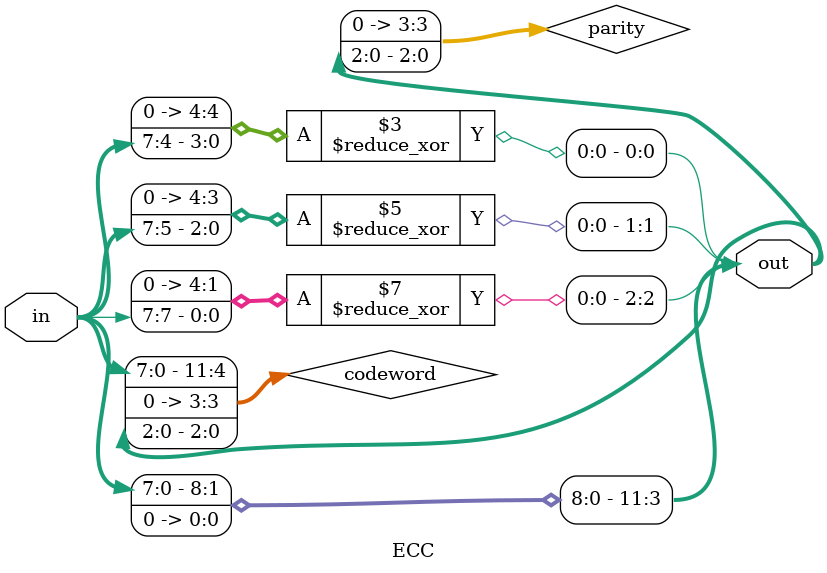
<source format=v>

module ECC (
  input [n-1:0] in,
  output [m-1:0] out
);

parameter n = 8; // number of input bits
parameter m = 12; // number of output bits (n+p)
parameter p = 4; // number of parity bits

reg [n+p-1:0] codeword;
wire [p-1:0] parity;

// Generate parity bits
genvar i;
generate
  for (i = 0; i < p; i = i + 1) begin
    assign parity[i] = ^({1'b0, codeword[n+p-1:n]} >> (2**i-1));
  end
endgenerate

// Append parity bits to input bits
always @* begin
  codeword = {in, parity};
end

// Output codeword
assign out = codeword;

endmodule
</source>
